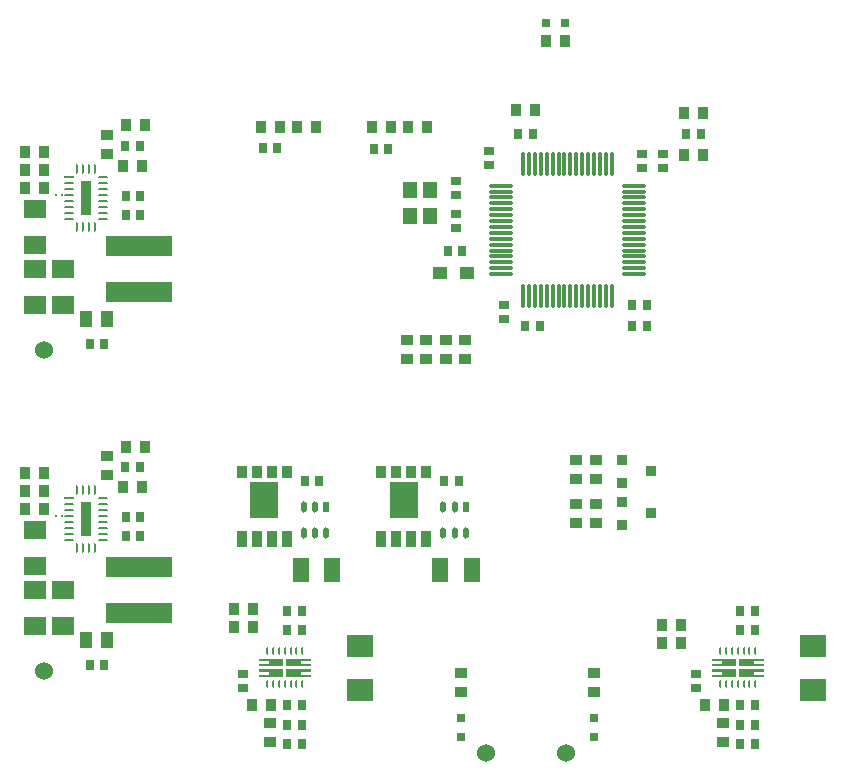
<source format=gtp>
G04*
G04 #@! TF.GenerationSoftware,Altium Limited,Altium Designer,24.1.2 (44)*
G04*
G04 Layer_Color=8421504*
%FSLAX44Y44*%
%MOMM*%
G71*
G04*
G04 #@! TF.SameCoordinates,2EF6C2FC-EFCF-4523-B91F-EB5A1425F999*
G04*
G04*
G04 #@! TF.FilePolarity,Positive*
G04*
G01*
G75*
%ADD17R,0.9039X2.9039*%
%ADD18R,0.9000X1.0000*%
%ADD19R,1.4200X2.1300*%
G04:AMPARAMS|DCode=20|XSize=0.6mm|YSize=0.24mm|CornerRadius=0.12mm|HoleSize=0mm|Usage=FLASHONLY|Rotation=90.000|XOffset=0mm|YOffset=0mm|HoleType=Round|Shape=RoundedRectangle|*
%AMROUNDEDRECTD20*
21,1,0.6000,0.0000,0,0,90.0*
21,1,0.3600,0.2400,0,0,90.0*
1,1,0.2400,0.0000,0.1800*
1,1,0.2400,0.0000,-0.1800*
1,1,0.2400,0.0000,-0.1800*
1,1,0.2400,0.0000,0.1800*
%
%ADD20ROUNDEDRECTD20*%
%ADD21R,1.9000X1.5000*%
%ADD22C,1.5240*%
%ADD23R,1.0581X1.3621*%
%ADD24R,0.7500X0.9000*%
%ADD25R,5.6000X1.7000*%
%ADD26R,0.9000X0.7500*%
%ADD27R,0.2540X0.2540*%
%ADD28R,0.8311X0.2425*%
G04:AMPARAMS|DCode=29|XSize=0.8311mm|YSize=0.2425mm|CornerRadius=0.1212mm|HoleSize=0mm|Usage=FLASHONLY|Rotation=0.000|XOffset=0mm|YOffset=0mm|HoleType=Round|Shape=RoundedRectangle|*
%AMROUNDEDRECTD29*
21,1,0.8311,0.0000,0,0,0.0*
21,1,0.5886,0.2425,0,0,0.0*
1,1,0.2425,0.2943,0.0000*
1,1,0.2425,-0.2943,0.0000*
1,1,0.2425,-0.2943,0.0000*
1,1,0.2425,0.2943,0.0000*
%
%ADD29ROUNDEDRECTD29*%
G04:AMPARAMS|DCode=30|XSize=0.2425mm|YSize=0.8311mm|CornerRadius=0.1212mm|HoleSize=0mm|Usage=FLASHONLY|Rotation=0.000|XOffset=0mm|YOffset=0mm|HoleType=Round|Shape=RoundedRectangle|*
%AMROUNDEDRECTD30*
21,1,0.2425,0.5886,0,0,0.0*
21,1,0.0000,0.8311,0,0,0.0*
1,1,0.2425,0.0000,-0.2943*
1,1,0.2425,0.0000,-0.2943*
1,1,0.2425,0.0000,0.2943*
1,1,0.2425,0.0000,0.2943*
%
%ADD30ROUNDEDRECTD30*%
%ADD31R,0.8500X1.4500*%
%ADD32R,0.8500X1.0500*%
%ADD33R,1.0000X0.9000*%
%ADD34R,2.2860X1.8545*%
G04:AMPARAMS|DCode=35|XSize=0.9397mm|YSize=0.4858mm|CornerRadius=0.2429mm|HoleSize=0mm|Usage=FLASHONLY|Rotation=270.000|XOffset=0mm|YOffset=0mm|HoleType=Round|Shape=RoundedRectangle|*
%AMROUNDEDRECTD35*
21,1,0.9397,0.0000,0,0,270.0*
21,1,0.4539,0.4858,0,0,270.0*
1,1,0.4858,0.0000,-0.2269*
1,1,0.4858,0.0000,0.2269*
1,1,0.4858,0.0000,0.2269*
1,1,0.4858,0.0000,-0.2269*
%
%ADD35ROUNDEDRECTD35*%
%ADD36R,0.4858X0.9397*%
%ADD37R,1.2000X1.4000*%
%ADD38R,1.1500X1.0000*%
%ADD39R,0.8000X0.8000*%
%ADD40O,0.3000X2.1000*%
%ADD41O,2.1000X0.3000*%
%ADD42R,0.9500X0.9000*%
%ADD43R,0.8000X0.8000*%
G36*
X442140Y180010D02*
Y182010D01*
X450640D01*
Y184610D01*
X442140D01*
Y186610D01*
X463140D01*
Y180010D01*
X442140D01*
D01*
D02*
G37*
G36*
X486140Y186610D02*
Y184610D01*
X477640D01*
Y182010D01*
X486140D01*
Y180010D01*
X465140D01*
Y186610D01*
X486140D01*
D01*
D02*
G37*
G36*
X442140Y189210D02*
Y191210D01*
X450640D01*
Y193810D01*
X442140D01*
Y195810D01*
X463140D01*
Y189210D01*
X442140D01*
D01*
D02*
G37*
G36*
X486140Y195810D02*
Y193810D01*
X477640D01*
Y191210D01*
X486140D01*
Y189210D01*
X465140D01*
Y195810D01*
X486140D01*
D01*
D02*
G37*
G36*
X458550Y345080D02*
Y315280D01*
X434830D01*
Y345080D01*
X458550D01*
D02*
G37*
G36*
X576660Y315280D02*
X552940D01*
Y345080D01*
X576660D01*
Y315280D01*
D02*
G37*
G36*
X846680Y189210D02*
X825680D01*
Y191210D01*
X834180D01*
Y193810D01*
X825680D01*
Y195810D01*
X846680D01*
Y189210D01*
D02*
G37*
G36*
Y180010D02*
X825680D01*
Y182010D01*
X834180D01*
Y184610D01*
X825680D01*
Y186610D01*
X846680D01*
Y180010D01*
D02*
G37*
G36*
X869680Y195810D02*
Y193810D01*
X861180D01*
Y191210D01*
X869680D01*
Y189210D01*
X848680D01*
Y195810D01*
X869680D01*
D01*
D02*
G37*
G36*
Y186610D02*
Y184610D01*
X861180D01*
Y182010D01*
X869680D01*
Y180010D01*
X848680D01*
Y186610D01*
X869680D01*
D01*
D02*
G37*
D17*
X296060Y314048D02*
D03*
X296060Y585830D02*
D03*
D18*
X345500Y375000D02*
D03*
X329500D02*
D03*
X421000Y223000D02*
D03*
X437000D02*
D03*
Y238000D02*
D03*
X421000D02*
D03*
X436500Y156210D02*
D03*
X452500D02*
D03*
X244730Y322580D02*
D03*
X260730D02*
D03*
X260730Y353060D02*
D03*
X244730D02*
D03*
X244730Y337820D02*
D03*
X260730D02*
D03*
X244730Y624840D02*
D03*
X260730D02*
D03*
X260730Y609600D02*
D03*
X244730D02*
D03*
X260730Y594360D02*
D03*
X244730D02*
D03*
X327430Y341480D02*
D03*
X343430D02*
D03*
Y613260D02*
D03*
X327430D02*
D03*
X329500Y647500D02*
D03*
X345500D02*
D03*
X460000Y646000D02*
D03*
X444000D02*
D03*
X491000D02*
D03*
X475000D02*
D03*
X554000D02*
D03*
X538000D02*
D03*
X585000D02*
D03*
X569000D02*
D03*
X820040Y156210D02*
D03*
X836040D02*
D03*
X784000Y209000D02*
D03*
X800000D02*
D03*
Y224000D02*
D03*
X784000D02*
D03*
X660020Y660400D02*
D03*
X676020D02*
D03*
X701420Y718820D02*
D03*
X685420D02*
D03*
X818260Y657860D02*
D03*
X802260D02*
D03*
X818260Y622300D02*
D03*
X802260D02*
D03*
D19*
X504640Y270510D02*
D03*
X477640D02*
D03*
X595750D02*
D03*
X622750D02*
D03*
D20*
X449140Y201910D02*
D03*
X454140D02*
D03*
X459140D02*
D03*
X464140D02*
D03*
X469140D02*
D03*
X474140D02*
D03*
X479140D02*
D03*
Y173910D02*
D03*
X474140D02*
D03*
X469140D02*
D03*
X464140D02*
D03*
X459140D02*
D03*
X454140D02*
D03*
X449140D02*
D03*
X832680Y201910D02*
D03*
X837680D02*
D03*
X842680D02*
D03*
X847680D02*
D03*
X852680D02*
D03*
X857680D02*
D03*
X862680D02*
D03*
Y173910D02*
D03*
X857680D02*
D03*
X852680D02*
D03*
X847680D02*
D03*
X842680D02*
D03*
X837680D02*
D03*
X832680D02*
D03*
D21*
X252730Y253760D02*
D03*
Y223760D02*
D03*
Y274560D02*
D03*
Y304560D02*
D03*
X276860Y253760D02*
D03*
Y223760D02*
D03*
X252730Y525540D02*
D03*
Y495540D02*
D03*
Y576340D02*
D03*
Y546340D02*
D03*
X276860Y495540D02*
D03*
Y525540D02*
D03*
D22*
X260500Y185270D02*
D03*
Y457050D02*
D03*
X635000Y115570D02*
D03*
X702310D02*
D03*
D23*
X296180Y211940D02*
D03*
X313720D02*
D03*
Y483720D02*
D03*
X296180D02*
D03*
D24*
X310950Y190350D02*
D03*
X298950D02*
D03*
X341430Y299570D02*
D03*
X329430D02*
D03*
X341430Y316080D02*
D03*
X329430D02*
D03*
X466440Y123268D02*
D03*
X478440D02*
D03*
X466440Y139778D02*
D03*
X478440D02*
D03*
X466440Y156288D02*
D03*
X478440D02*
D03*
X466440Y219710D02*
D03*
X478440D02*
D03*
X466440Y236220D02*
D03*
X478440D02*
D03*
X298950Y462130D02*
D03*
X310950D02*
D03*
X341280Y358140D02*
D03*
X329280D02*
D03*
X329430Y571350D02*
D03*
X341430D02*
D03*
X481330Y346270D02*
D03*
X493330D02*
D03*
X611440D02*
D03*
X599440D02*
D03*
X329280Y629920D02*
D03*
X341280D02*
D03*
X341430Y587860D02*
D03*
X329430D02*
D03*
X458000Y628000D02*
D03*
X446000D02*
D03*
X552000Y627000D02*
D03*
X540000D02*
D03*
X680062Y477256D02*
D03*
X668062D02*
D03*
X849980Y156288D02*
D03*
X861980D02*
D03*
X849980Y123268D02*
D03*
X861980D02*
D03*
X849980Y139778D02*
D03*
X861980D02*
D03*
X758540Y495300D02*
D03*
X770540D02*
D03*
X758540Y477520D02*
D03*
X770540D02*
D03*
X849980Y219710D02*
D03*
X861980D02*
D03*
X849980Y236220D02*
D03*
X861980D02*
D03*
X602330Y541020D02*
D03*
X614330D02*
D03*
X674020Y640080D02*
D03*
X662020D02*
D03*
X816260D02*
D03*
X804260D02*
D03*
D25*
X340510Y234350D02*
D03*
Y273350D02*
D03*
Y545130D02*
D03*
Y506130D02*
D03*
D26*
X429260Y170530D02*
D03*
Y182530D02*
D03*
X650000Y495000D02*
D03*
Y483000D02*
D03*
X812800Y170530D02*
D03*
Y182530D02*
D03*
X609600Y560420D02*
D03*
Y572420D02*
D03*
Y588360D02*
D03*
Y600360D02*
D03*
X637540Y613760D02*
D03*
Y625760D02*
D03*
X767080Y611220D02*
D03*
Y623220D02*
D03*
X784860Y611220D02*
D03*
Y623220D02*
D03*
D27*
X270914Y316588D02*
D03*
X275232D02*
D03*
Y588368D02*
D03*
X270914D02*
D03*
D28*
X281655Y331548D02*
D03*
X281655Y603330D02*
D03*
D29*
X281655Y326548D02*
D03*
Y321548D02*
D03*
Y316548D02*
D03*
Y311548D02*
D03*
Y306548D02*
D03*
Y301548D02*
D03*
Y296548D02*
D03*
X310465D02*
D03*
Y301548D02*
D03*
Y306548D02*
D03*
Y311548D02*
D03*
Y316548D02*
D03*
Y321548D02*
D03*
Y326548D02*
D03*
Y331548D02*
D03*
X281655Y598330D02*
D03*
Y593330D02*
D03*
Y588330D02*
D03*
Y583330D02*
D03*
Y578330D02*
D03*
Y573330D02*
D03*
Y568330D02*
D03*
X310465D02*
D03*
Y573330D02*
D03*
Y578330D02*
D03*
Y583330D02*
D03*
Y588330D02*
D03*
Y593330D02*
D03*
Y598330D02*
D03*
Y603330D02*
D03*
D30*
X288560Y289643D02*
D03*
X293560D02*
D03*
X298560D02*
D03*
X303560D02*
D03*
Y338453D02*
D03*
X298560D02*
D03*
X293560D02*
D03*
X288560D02*
D03*
X288560Y561425D02*
D03*
X293560D02*
D03*
X298560D02*
D03*
X303560D02*
D03*
Y610235D02*
D03*
X298560D02*
D03*
X293560D02*
D03*
X288560D02*
D03*
D31*
X427640Y297180D02*
D03*
X440340D02*
D03*
X453040D02*
D03*
X465740D02*
D03*
X583850D02*
D03*
X571150D02*
D03*
X558450D02*
D03*
X545750D02*
D03*
D32*
X465740Y354180D02*
D03*
X453040D02*
D03*
X440340D02*
D03*
X427640D02*
D03*
X545750D02*
D03*
X558450D02*
D03*
X571150D02*
D03*
X583850D02*
D03*
D33*
X452120Y141350D02*
D03*
Y125350D02*
D03*
X313840Y367260D02*
D03*
Y351260D02*
D03*
X567690Y449200D02*
D03*
Y465200D02*
D03*
X584200Y449200D02*
D03*
Y465200D02*
D03*
X600710Y449200D02*
D03*
Y465200D02*
D03*
X313840Y623040D02*
D03*
Y639040D02*
D03*
X613410Y167260D02*
D03*
Y183260D02*
D03*
X617220Y465200D02*
D03*
Y449200D02*
D03*
X711200Y363600D02*
D03*
Y347600D02*
D03*
Y326770D02*
D03*
Y310770D02*
D03*
X726440Y183260D02*
D03*
Y167260D02*
D03*
X727710Y310770D02*
D03*
Y326770D02*
D03*
Y347600D02*
D03*
Y363600D02*
D03*
X835660Y141350D02*
D03*
Y125350D02*
D03*
D34*
X528320Y206803D02*
D03*
Y168958D02*
D03*
X911860Y206803D02*
D03*
Y168958D02*
D03*
D35*
X499370Y302095D02*
D03*
X489870D02*
D03*
X480370D02*
D03*
Y324405D02*
D03*
X489870D02*
D03*
X607980D02*
D03*
X598480D02*
D03*
Y302095D02*
D03*
X607980D02*
D03*
X617480D02*
D03*
D36*
X499370Y324405D02*
D03*
X617480D02*
D03*
D37*
X570620Y592660D02*
D03*
X587620D02*
D03*
Y570660D02*
D03*
X570620D02*
D03*
D38*
X595310Y521970D02*
D03*
X618810D02*
D03*
D39*
X613410Y129160D02*
D03*
Y145160D02*
D03*
X726440Y129160D02*
D03*
Y145160D02*
D03*
D40*
X666080Y614800D02*
D03*
X671080D02*
D03*
X676080D02*
D03*
X681080D02*
D03*
X686080D02*
D03*
X691080D02*
D03*
X696080D02*
D03*
X701080D02*
D03*
X706080D02*
D03*
X711080D02*
D03*
X716080D02*
D03*
X721080D02*
D03*
X726080D02*
D03*
X731080D02*
D03*
X736080D02*
D03*
X741080D02*
D03*
Y502800D02*
D03*
X736080D02*
D03*
X731080D02*
D03*
X726080D02*
D03*
X721080D02*
D03*
X716080D02*
D03*
X711080D02*
D03*
X706080D02*
D03*
X701080D02*
D03*
X696080D02*
D03*
X691080D02*
D03*
X686080D02*
D03*
X681080D02*
D03*
X676080D02*
D03*
X671080D02*
D03*
X666080D02*
D03*
D41*
X759580Y596300D02*
D03*
Y591300D02*
D03*
Y586300D02*
D03*
Y581300D02*
D03*
Y576300D02*
D03*
Y571300D02*
D03*
Y566300D02*
D03*
Y561300D02*
D03*
Y556300D02*
D03*
Y551300D02*
D03*
Y546300D02*
D03*
Y541300D02*
D03*
Y536300D02*
D03*
Y531300D02*
D03*
Y526300D02*
D03*
Y521300D02*
D03*
X647580D02*
D03*
Y526300D02*
D03*
Y531300D02*
D03*
Y536300D02*
D03*
Y541300D02*
D03*
Y546300D02*
D03*
Y551300D02*
D03*
Y556300D02*
D03*
Y561300D02*
D03*
Y566300D02*
D03*
Y571300D02*
D03*
Y576300D02*
D03*
Y581300D02*
D03*
Y586300D02*
D03*
Y591300D02*
D03*
Y596300D02*
D03*
D42*
X749500Y344830D02*
D03*
X774500Y354330D02*
D03*
X749500Y363830D02*
D03*
Y309270D02*
D03*
X774500Y318770D02*
D03*
X749500Y328270D02*
D03*
D43*
X701420Y734060D02*
D03*
X685420D02*
D03*
M02*

</source>
